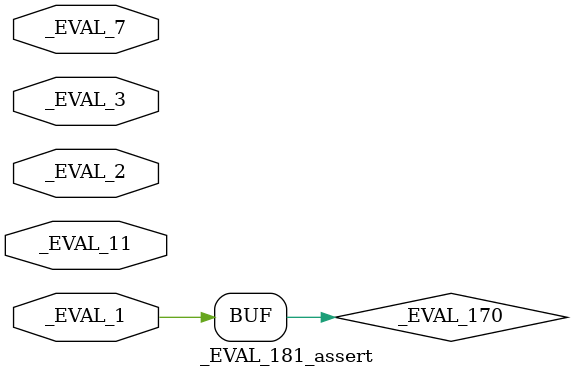
<source format=sv>
module _EVAL_181_assert(
  input   _EVAL_1,
  input   _EVAL_2,
  input   _EVAL_3,
  input   _EVAL_7,
  input   _EVAL_11
);
  wire  _EVAL_29;
  wire  _EVAL_51;
  wire  _EVAL_83;
  wire  _EVAL_89;
  wire  _EVAL_94;
  wire  _EVAL_113;
  wire  _EVAL_118;
  wire  _EVAL_170;
  wire  _EVAL_173;
  wire  _EVAL_178;
  wire  _EVAL_186;
  wire  _EVAL_194;
  assign _EVAL_186 = ~_EVAL_194;
  assign _EVAL_89 = _EVAL_94 & _EVAL_113;
  assign _EVAL_173 = ~_EVAL_170;
  assign _EVAL_51 = _EVAL_11 & _EVAL_7;
  assign _EVAL_113 = ~_EVAL_83;
  assign _EVAL_170 = _EVAL_1;
  assign _EVAL_83 = _EVAL_2 & _EVAL_7;
  assign _EVAL_178 = ~_EVAL_29;
  assign _EVAL_194 = _EVAL_11 & _EVAL_2;
  assign _EVAL_94 = _EVAL_186 & _EVAL_118;
  assign _EVAL_118 = ~_EVAL_51;
  assign _EVAL_29 = _EVAL_89 | _EVAL_170;
  always @(posedge _EVAL_3) begin
    `ifndef SYNTHESIS
    `ifdef STOP_COND
      if (`STOP_COND) begin
    `endif
        if (_EVAL_178) begin
          $fatal;
        end
    `ifdef STOP_COND
      end
    `endif
    `endif // SYNTHESIS
    `ifndef SYNTHESIS
    `ifdef PRINTF_COND
      if (`PRINTF_COND) begin
    `endif
        if (_EVAL_11 & _EVAL_173) begin
          $fwrite(32'h80000002,"Obfuscated Simulation Output(1646262a)\n");
        end
    `ifdef PRINTF_COND
      end
    `endif
    `endif // SYNTHESIS
    `ifndef SYNTHESIS
    `ifdef PRINTF_COND
      if (`PRINTF_COND) begin
    `endif
        if (_EVAL_11 & _EVAL_173) begin
          $fwrite(32'h80000002,"Obfuscated Simulation Output(b78a2954)\n");
        end
    `ifdef PRINTF_COND
      end
    `endif
    `endif // SYNTHESIS
    `ifndef SYNTHESIS
    `ifdef PRINTF_COND
      if (`PRINTF_COND) begin
    `endif
        if (_EVAL_178) begin
          $fwrite(32'h80000002,"Obfuscated Simulation Output(66ca24a7)\n");
        end
    `ifdef PRINTF_COND
      end
    `endif
    `endif // SYNTHESIS
  end

endmodule

</source>
